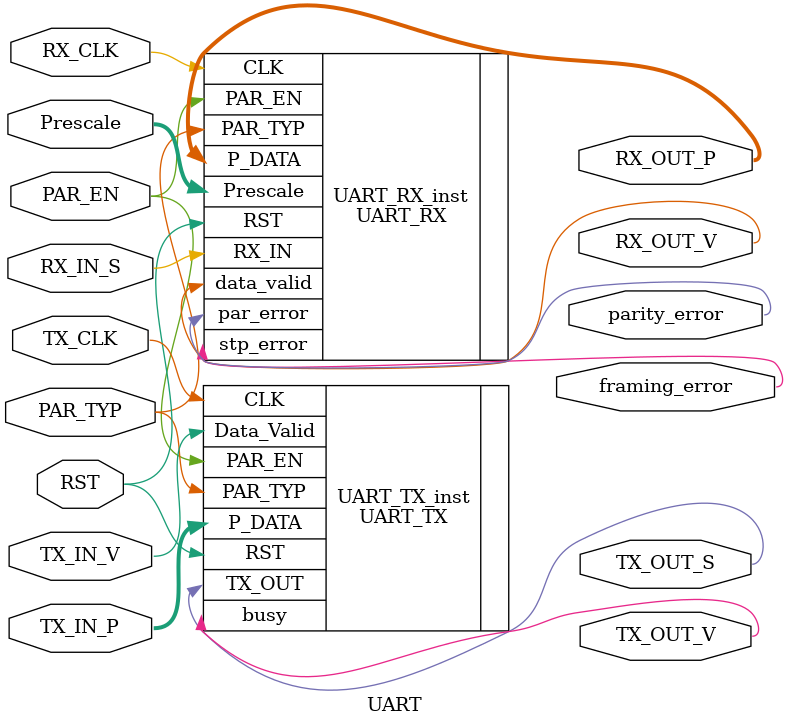
<source format=v>
module UART # ( parameter DATA_WIDTH = 8 )
(
    input  wire                    TX_CLK,
    input  wire                    RX_CLK,
    input  wire                    RST,
    input  wire                    PAR_TYP,
    input  wire                    PAR_EN,
    input  wire  [5:0]             Prescale,
    input  wire  [DATA_WIDTH-1:0]  TX_IN_P,
    input  wire                    TX_IN_V,
    input  wire                    RX_IN_S,
    output wire                    TX_OUT_S,
    output wire                    TX_OUT_V,
    output wire                    RX_OUT_V,
    output wire  [DATA_WIDTH-1:0]  RX_OUT_P,
    output  wire                   parity_error,
    output  wire                   framing_error
    
);

UART_TX #(.DATA_WIDTH(DATA_WIDTH)
) UART_TX_inst (
    .CLK(TX_CLK),
    .RST(RST),
    .P_DATA(TX_IN_P),
    .PAR_EN(PAR_EN),
    .Data_Valid(TX_IN_V),
    .PAR_TYP(PAR_TYP),
    .TX_OUT(TX_OUT_S),
    .busy(TX_OUT_V)
);

UART_RX #(.DATA_WIDTH(DATA_WIDTH)
) UART_RX_inst (
    .CLK(RX_CLK),
    .RST(RST),
    .RX_IN(RX_IN_S),
    .PAR_EN(PAR_EN),
    .PAR_TYP(PAR_TYP),
    .Prescale(Prescale),
    .P_DATA(RX_OUT_P),
    .data_valid(RX_OUT_V),
    .par_error(parity_error),
    .stp_error(framing_error)
);

endmodule


</source>
